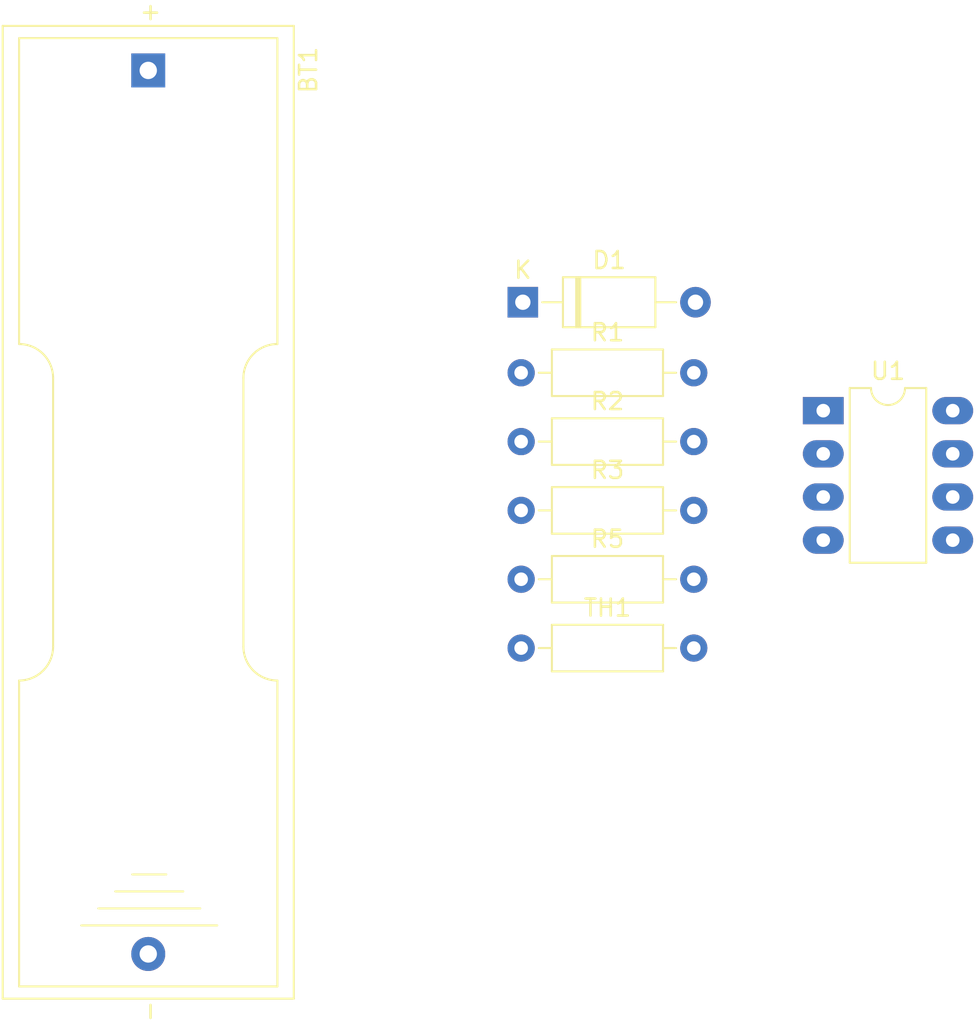
<source format=kicad_pcb>
(kicad_pcb (version 20221018) (generator pcbnew)
  (layers (0 "F.Cu" signal) (31 "B.Cu" signal) (34 "B.Paste" user) (35 "F.Paste" user) (36 "B.SilkS" user "B.Silkscreen") (37 "F.SilkS" user "F.Silkscreen") (38 "B.Mask" user) (39 "F.Mask" user) (44 "Edge.Cuts" user))
  (net 0 "")
  (net 1 "Net-(D1-K)")
  (net 2 "Net-(BT1-+)")
  (net 3 "Net-(U1A-+)")
  (net 4 "GND")
  (net 5 "Net-(U1A--)")
  (net 6 "Net-(R5-Pad2)")
  (footprint "Resistor_THT:R_Axial_DIN0207_L6.3mm_D2.5mm_P10.16mm_Horizontal" (layer "F.Cu") (at 128.27 86.36)
    (fp_text reference "TH1" (at 5.08 -2.37) (layer "F.SilkS"))
    (fp_text value "Thermistor")
    (fp_line (start 1.04 0) (end 1.81 0) (stroke (width 0.12)) (layer "F.SilkS"))
    (fp_line (start 1.81 -1.37) (end 1.81 1.37) (stroke (width 0.12)) (layer "F.SilkS"))
    (fp_line (start 1.81 1.37) (end 8.35 1.37) (stroke (width 0.12)) (layer "F.SilkS"))
    (fp_line (start 8.35 -1.37) (end 1.81 -1.37) (stroke (width 0.12)) (layer "F.SilkS"))
    (fp_line (start 8.35 1.37) (end 8.35 -1.37) (stroke (width 0.12)) (layer "F.SilkS"))
    (fp_line (start 9.12 0) (end 8.35 0) (stroke (width 0.12)) (layer "F.SilkS"))
    (pad "1" thru_hole circle (at 0 0) (size 1.6 1.6) (drill 0.8) (layers "*.Cu" "*.Mask") (net 5 "Net-(U1A--)"))
    (pad "2" thru_hole oval (at 10.16 0) (size 1.6 1.6) (drill 0.8) (layers "*.Cu" "*.Mask") (net 4 "GND"))
  )
  (footprint "Resistor_THT:R_Axial_DIN0207_L6.3mm_D2.5mm_P10.16mm_Horizontal" (layer "F.Cu") (at 128.27 70.16)
    (fp_text reference "R1" (at 5.08 -2.37) (layer "F.SilkS"))
    (fp_text value "10K")
    (fp_line (start 1.04 0) (end 1.81 0) (stroke (width 0.12)) (layer "F.SilkS"))
    (fp_line (start 1.81 -1.37) (end 1.81 1.37) (stroke (width 0.12)) (layer "F.SilkS"))
    (fp_line (start 1.81 1.37) (end 8.35 1.37) (stroke (width 0.12)) (layer "F.SilkS"))
    (fp_line (start 8.35 -1.37) (end 1.81 -1.37) (stroke (width 0.12)) (layer "F.SilkS"))
    (fp_line (start 8.35 1.37) (end 8.35 -1.37) (stroke (width 0.12)) (layer "F.SilkS"))
    (fp_line (start 9.12 0) (end 8.35 0) (stroke (width 0.12)) (layer "F.SilkS"))
    (pad "1" thru_hole circle (at 0 0) (size 1.6 1.6) (drill 0.8) (layers "*.Cu" "*.Mask") (net 2 "Net-(BT1-+)"))
    (pad "2" thru_hole oval (at 10.16 0) (size 1.6 1.6) (drill 0.8) (layers "*.Cu" "*.Mask") (net 3 "Net-(U1A-+)"))
  )
  (footprint "Battery:BatteryHolder_Keystone_2460_1xAA" (layer "F.Cu") (at 106.325 52.37 -90)
    (fp_text reference "BT1" (at -0.02 -9.42 90) (layer "F.SilkS"))
    (fp_text value "Battery_Cell")
    (fp_text user "-" (at 55.37 -0.06 90) (layer "F.SilkS"))
    (fp_text user "+" (at -3.4 -0.06 90) (layer "F.SilkS"))
    (fp_line (start -2.62 -8.565) (end 54.62 -8.565) (stroke (width 0.12)) (layer "F.SilkS"))
    (fp_line (start -2.62 8.565) (end -2.62 -8.565) (stroke (width 0.12)) (layer "F.SilkS"))
    (fp_line (start -1.9 -7.6) (end -1.9 7.6) (stroke (width 0.12)) (layer "F.SilkS"))
    (fp_line (start -1.9 -7.6) (end 16.1 -7.6) (stroke (width 0.12)) (layer "F.SilkS"))
    (fp_line (start -1.9 7.6) (end 16.1 7.6) (stroke (width 0.12)) (layer "F.SilkS"))
    (fp_line (start 18.1 -5.6) (end 33.9 -5.6) (stroke (width 0.12)) (layer "F.SilkS"))
    (fp_line (start 33.9 5.6) (end 18.1 5.6) (stroke (width 0.12)) (layer "F.SilkS"))
    (fp_line (start 35.9 -7.6) (end 53.9 -7.6) (stroke (width 0.12)) (layer "F.SilkS"))
    (fp_line (start 35.9 7.6) (end 53.9 7.6) (stroke (width 0.12)) (layer "F.SilkS"))
    (fp_line (start 47.31 -1.06) (end 47.31 0.94) (stroke (width 0.12)) (layer "F.SilkS"))
    (fp_line (start 48.31 -2.06) (end 48.31 1.94) (stroke (width 0.12)) (layer "F.SilkS"))
    (fp_line (start 49.31 2.94) (end 49.31 -3.06) (stroke (width 0.12)) (layer "F.SilkS"))
    (fp_line (start 50.31 -4.06) (end 50.31 3.94) (stroke (width 0.12)) (layer "F.SilkS"))
    (fp_line (start 53.9 -7.6) (end 53.9 7.6) (stroke (width 0.12)) (layer "F.SilkS"))
    (fp_line (start 54.62 -8.565) (end 54.62 8.565) (stroke (width 0.12)) (layer "F.SilkS"))
    (fp_line (start 54.62 8.565) (end -2.62 8.565) (stroke (width 0.12)) (layer "F.SilkS"))
    (fp_arc (start 16.1 7.6) (mid 16.685786 6.185786) (end 18.1 5.6) (stroke (width 0.12)) (layer "F.SilkS"))
    (fp_arc (start 18.1 -5.6) (mid 16.685786 -6.185786) (end 16.1 -7.6) (stroke (width 0.12)) (layer "F.SilkS"))
    (fp_arc (start 33.9 5.6) (mid 35.314214 6.185786) (end 35.9 7.6) (stroke (width 0.12)) (layer "F.SilkS"))
    (fp_arc (start 35.9 -7.6) (mid 35.314214 -6.185786) (end 33.9 -5.6) (stroke (width 0.12)) (layer "F.SilkS"))
    (pad "" np_thru_hole circle (at 2.75 -5.995) (size 2.64 2.64) (drill 2.64) (layers "*.Cu" "*.Mask"))
    (pad "" np_thru_hole circle (at 49.23 5.995 270) (size 2.64 2.64) (drill 2.64) (layers "*.Cu" "*.Mask"))
    (pad "1" thru_hole rect (at 0 0 90) (size 2 2) (drill 1.02) (layers "*.Cu" "*.Mask") (net 2 "Net-(BT1-+)"))
    (pad "2" thru_hole circle (at 51.99 0 90) (size 2 2) (drill 1.02) (layers "*.Cu" "*.Mask") (net 4 "GND"))
  )
  (footprint "Resistor_THT:R_Axial_DIN0207_L6.3mm_D2.5mm_P10.16mm_Horizontal" (layer "F.Cu") (at 128.27 82.31)
    (fp_text reference "R5" (at 5.08 -2.37) (layer "F.SilkS"))
    (fp_text value "680")
    (fp_line (start 1.04 0) (end 1.81 0) (stroke (width 0.12)) (layer "F.SilkS"))
    (fp_line (start 1.81 -1.37) (end 1.81 1.37) (stroke (width 0.12)) (layer "F.SilkS"))
    (fp_line (start 1.81 1.37) (end 8.35 1.37) (stroke (width 0.12)) (layer "F.SilkS"))
    (fp_line (start 8.35 -1.37) (end 1.81 -1.37) (stroke (width 0.12)) (layer "F.SilkS"))
    (fp_line (start 8.35 1.37) (end 8.35 -1.37) (stroke (width 0.12)) (layer "F.SilkS"))
    (fp_line (start 9.12 0) (end 8.35 0) (stroke (width 0.12)) (layer "F.SilkS"))
    (pad "1" thru_hole circle (at 0 0) (size 1.6 1.6) (drill 0.8) (layers "*.Cu" "*.Mask") (net 1 "Net-(D1-K)"))
    (pad "2" thru_hole oval (at 10.16 0) (size 1.6 1.6) (drill 0.8) (layers "*.Cu" "*.Mask") (net 6 "Net-(R5-Pad2)"))
  )
  (footprint "Resistor_THT:R_Axial_DIN0207_L6.3mm_D2.5mm_P10.16mm_Horizontal" (layer "F.Cu") (at 128.27 74.21)
    (fp_text reference "R2" (at 5.08 -2.37) (layer "F.SilkS"))
    (fp_text value "8.06K")
    (fp_line (start 1.04 0) (end 1.81 0) (stroke (width 0.12)) (layer "F.SilkS"))
    (fp_line (start 1.81 -1.37) (end 1.81 1.37) (stroke (width 0.12)) (layer "F.SilkS"))
    (fp_line (start 1.81 1.37) (end 8.35 1.37) (stroke (width 0.12)) (layer "F.SilkS"))
    (fp_line (start 8.35 -1.37) (end 1.81 -1.37) (stroke (width 0.12)) (layer "F.SilkS"))
    (fp_line (start 8.35 1.37) (end 8.35 -1.37) (stroke (width 0.12)) (layer "F.SilkS"))
    (fp_line (start 9.12 0) (end 8.35 0) (stroke (width 0.12)) (layer "F.SilkS"))
    (pad "1" thru_hole circle (at 0 0) (size 1.6 1.6) (drill 0.8) (layers "*.Cu" "*.Mask") (net 3 "Net-(U1A-+)"))
    (pad "2" thru_hole oval (at 10.16 0) (size 1.6 1.6) (drill 0.8) (layers "*.Cu" "*.Mask") (net 4 "GND"))
  )
  (footprint "Diode_THT:D_A-405_P10.16mm_Horizontal" (layer "F.Cu") (at 128.37 66.01)
    (fp_text reference "D1" (at 5.08 -2.47) (layer "F.SilkS"))
    (fp_text value "LED")
    (fp_text user "K" (at 0 -1.9) (layer "F.SilkS"))
    (fp_line (start 1.14 0) (end 2.36 0) (stroke (width 0.12)) (layer "F.SilkS"))
    (fp_line (start 2.36 -1.47) (end 2.36 1.47) (stroke (width 0.12)) (layer "F.SilkS"))
    (fp_line (start 2.36 1.47) (end 7.8 1.47) (stroke (width 0.12)) (layer "F.SilkS"))
    (fp_line (start 3.14 -1.47) (end 3.14 1.47) (stroke (width 0.12)) (layer "F.SilkS"))
    (fp_line (start 3.26 -1.47) (end 3.26 1.47) (stroke (width 0.12)) (layer "F.SilkS"))
    (fp_line (start 3.38 -1.47) (end 3.38 1.47) (stroke (width 0.12)) (layer "F.SilkS"))
    (fp_line (start 7.8 -1.47) (end 2.36 -1.47) (stroke (width 0.12)) (layer "F.SilkS"))
    (fp_line (start 7.8 1.47) (end 7.8 -1.47) (stroke (width 0.12)) (layer "F.SilkS"))
    (fp_line (start 9.02 0) (end 7.8 0) (stroke (width 0.12)) (layer "F.SilkS"))
    (pad "1" thru_hole rect (at 0 0) (size 1.8 1.8) (drill 0.9) (layers "*.Cu" "*.Mask") (net 1 "Net-(D1-K)"))
    (pad "2" thru_hole oval (at 10.16 0) (size 1.8 1.8) (drill 0.9) (layers "*.Cu" "*.Mask") (net 2 "Net-(BT1-+)"))
  )
  (footprint "Package_DIP:DIP-8_W7.62mm_LongPads" (layer "F.Cu") (at 146.05 72.39)
    (fp_text reference "U1" (at 3.81 -2.33) (layer "F.SilkS"))
    (fp_text value "LMV393")
    (fp_line (start 1.56 -1.33) (end 1.56 8.95) (stroke (width 0.12)) (layer "F.SilkS"))
    (fp_line (start 1.56 8.95) (end 6.06 8.95) (stroke (width 0.12)) (layer "F.SilkS"))
    (fp_line (start 2.81 -1.33) (end 1.56 -1.33) (stroke (width 0.12)) (layer "F.SilkS"))
    (fp_line (start 6.06 -1.33) (end 4.81 -1.33) (stroke (width 0.12)) (layer "F.SilkS"))
    (fp_line (start 6.06 8.95) (end 6.06 -1.33) (stroke (width 0.12)) (layer "F.SilkS"))
    (fp_arc (start 4.81 -1.33) (mid 3.81 -0.33) (end 2.81 -1.33) (stroke (width 0.12)) (layer "F.SilkS"))
    (pad "1" thru_hole rect (at 0 0) (size 2.4 1.6) (drill 0.8) (layers "*.Cu" "*.Mask") (net 6 "Net-(R5-Pad2)"))
    (pad "2" thru_hole oval (at 0 2.54) (size 2.4 1.6) (drill 0.8) (layers "*.Cu" "*.Mask") (net 5 "Net-(U1A--)"))
    (pad "3" thru_hole oval (at 0 5.08) (size 2.4 1.6) (drill 0.8) (layers "*.Cu" "*.Mask") (net 3 "Net-(U1A-+)"))
    (pad "4" thru_hole oval (at 0 7.62) (size 2.4 1.6) (drill 0.8) (layers "*.Cu" "*.Mask") (net 4 "GND"))
    (pad "5" thru_hole oval (at 7.62 7.62) (size 2.4 1.6) (drill 0.8) (layers "*.Cu" "*.Mask"))
    (pad "6" thru_hole oval (at 7.62 5.08) (size 2.4 1.6) (drill 0.8) (layers "*.Cu" "*.Mask"))
    (pad "7" thru_hole oval (at 7.62 2.54) (size 2.4 1.6) (drill 0.8) (layers "*.Cu" "*.Mask"))
    (pad "8" thru_hole oval (at 7.62 0) (size 2.4 1.6) (drill 0.8) (layers "*.Cu" "*.Mask") (net 2 "Net-(BT1-+)"))
  )
  (footprint "Resistor_THT:R_Axial_DIN0207_L6.3mm_D2.5mm_P10.16mm_Horizontal" (layer "F.Cu") (at 128.27 78.26)
    (fp_text reference "R3" (at 5.08 -2.37) (layer "F.SilkS"))
    (fp_text value "10K")
    (fp_line (start 1.04 0) (end 1.81 0) (stroke (width 0.12)) (layer "F.SilkS"))
    (fp_line (start 1.81 -1.37) (end 1.81 1.37) (stroke (width 0.12)) (layer "F.SilkS"))
    (fp_line (start 1.81 1.37) (end 8.35 1.37) (stroke (width 0.12)) (layer "F.SilkS"))
    (fp_line (start 8.35 -1.37) (end 1.81 -1.37) (stroke (width 0.12)) (layer "F.SilkS"))
    (fp_line (start 8.35 1.37) (end 8.35 -1.37) (stroke (width 0.12)) (layer "F.SilkS"))
    (fp_line (start 9.12 0) (end 8.35 0) (stroke (width 0.12)) (layer "F.SilkS"))
    (pad "1" thru_hole circle (at 0 0) (size 1.6 1.6) (drill 0.8) (layers "*.Cu" "*.Mask") (net 2 "Net-(BT1-+)"))
    (pad "2" thru_hole oval (at 10.16 0) (size 1.6 1.6) (drill 0.8) (layers "*.Cu" "*.Mask") (net 5 "Net-(U1A--)"))
  )
)
</source>
